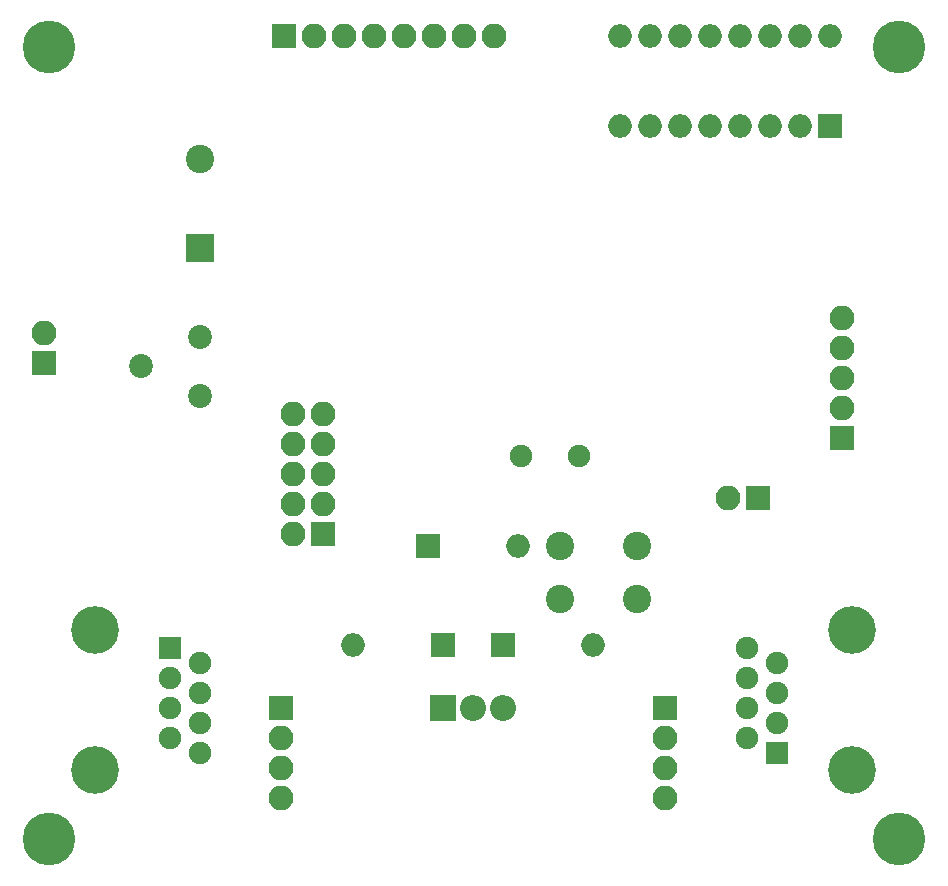
<source format=gbr>
G04 #@! TF.FileFunction,Soldermask,Bot*
%FSLAX46Y46*%
G04 Gerber Fmt 4.6, Leading zero omitted, Abs format (unit mm)*
G04 Created by KiCad (PCBNEW 4.0.7-e2-6376~58~ubuntu16.04.1) date Wed Jun 27 11:01:06 2018*
%MOMM*%
%LPD*%
G01*
G04 APERTURE LIST*
%ADD10C,0.100000*%
%ADD11C,4.050000*%
%ADD12R,1.900000X1.900000*%
%ADD13C,1.900000*%
%ADD14R,2.000000X2.000000*%
%ADD15O,2.000000X2.000000*%
%ADD16C,2.400000*%
%ADD17R,2.400000X2.400000*%
%ADD18R,2.100000X2.100000*%
%ADD19O,2.100000X2.100000*%
%ADD20C,2.020000*%
%ADD21R,2.200000X2.200000*%
%ADD22O,2.200000X2.200000*%
%ADD23C,4.464000*%
G04 APERTURE END LIST*
D10*
D11*
X248000000Y-115350000D03*
X248000000Y-127220000D03*
D12*
X241650000Y-125730000D03*
D13*
X239110000Y-124460000D03*
X241650000Y-123190000D03*
X239110000Y-121920000D03*
X241650000Y-120650000D03*
X239110000Y-119380000D03*
X241650000Y-118110000D03*
X239110000Y-116840000D03*
D11*
X183912000Y-127220000D03*
X183912000Y-115350000D03*
D12*
X190262000Y-116840000D03*
D13*
X192802000Y-118110000D03*
X190262000Y-119380000D03*
X192802000Y-120650000D03*
X190262000Y-121920000D03*
X192802000Y-123190000D03*
X190262000Y-124460000D03*
X192802000Y-125730000D03*
D14*
X212090000Y-108204000D03*
D15*
X219710000Y-108204000D03*
D16*
X229766000Y-108204000D03*
X229766000Y-112704000D03*
X223266000Y-108204000D03*
X223266000Y-112704000D03*
D13*
X219964000Y-100584000D03*
X224844000Y-100584000D03*
D17*
X192786000Y-83038000D03*
D16*
X192786000Y-75438000D03*
D18*
X203200000Y-107188000D03*
D19*
X200660000Y-107188000D03*
X203200000Y-104648000D03*
X200660000Y-104648000D03*
X203200000Y-102108000D03*
X200660000Y-102108000D03*
X203200000Y-99568000D03*
X200660000Y-99568000D03*
X203200000Y-97028000D03*
X200660000Y-97028000D03*
D14*
X213360000Y-116586000D03*
D15*
X205740000Y-116586000D03*
D14*
X218440000Y-116586000D03*
D15*
X226060000Y-116586000D03*
D18*
X199898000Y-65024000D03*
D19*
X202438000Y-65024000D03*
X204978000Y-65024000D03*
X207518000Y-65024000D03*
X210058000Y-65024000D03*
X212598000Y-65024000D03*
X215138000Y-65024000D03*
X217678000Y-65024000D03*
D18*
X247142000Y-99060000D03*
D19*
X247142000Y-96520000D03*
X247142000Y-93980000D03*
X247142000Y-91440000D03*
X247142000Y-88900000D03*
D18*
X179578000Y-92710000D03*
D19*
X179578000Y-90170000D03*
D18*
X199644000Y-121920000D03*
D19*
X199644000Y-124460000D03*
X199644000Y-127000000D03*
X199644000Y-129540000D03*
D18*
X232156000Y-121920000D03*
D19*
X232156000Y-124460000D03*
X232156000Y-127000000D03*
X232156000Y-129540000D03*
D18*
X240030000Y-104140000D03*
D19*
X237490000Y-104140000D03*
D20*
X192786000Y-95504000D03*
X187786000Y-93004000D03*
X192786000Y-90504000D03*
D14*
X246126000Y-72644000D03*
D15*
X228346000Y-65024000D03*
X243586000Y-72644000D03*
X230886000Y-65024000D03*
X241046000Y-72644000D03*
X233426000Y-65024000D03*
X238506000Y-72644000D03*
X235966000Y-65024000D03*
X235966000Y-72644000D03*
X238506000Y-65024000D03*
X233426000Y-72644000D03*
X241046000Y-65024000D03*
X230886000Y-72644000D03*
X243586000Y-65024000D03*
X228346000Y-72644000D03*
X246126000Y-65024000D03*
D21*
X213360000Y-121920000D03*
D22*
X215900000Y-121920000D03*
X218440000Y-121920000D03*
D23*
X252000000Y-133000000D03*
X180000000Y-133000000D03*
X180000000Y-66000000D03*
X252000000Y-66000000D03*
M02*

</source>
